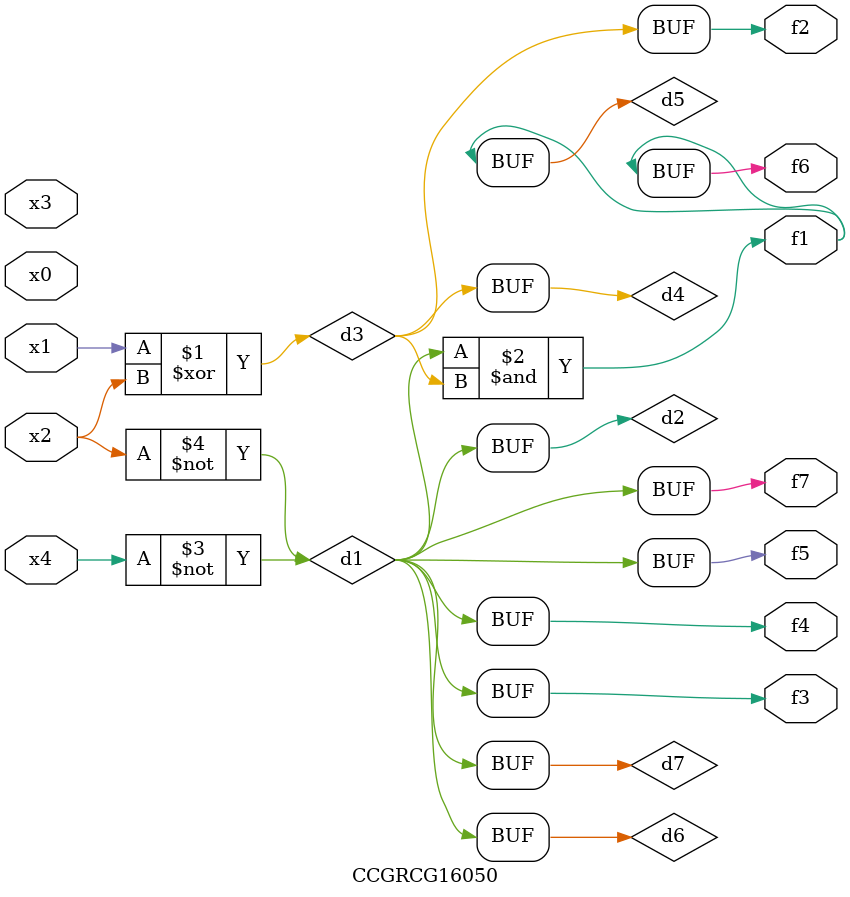
<source format=v>
module CCGRCG16050(
	input x0, x1, x2, x3, x4,
	output f1, f2, f3, f4, f5, f6, f7
);

	wire d1, d2, d3, d4, d5, d6, d7;

	not (d1, x4);
	not (d2, x2);
	xor (d3, x1, x2);
	buf (d4, d3);
	and (d5, d1, d3);
	buf (d6, d1, d2);
	buf (d7, d2);
	assign f1 = d5;
	assign f2 = d4;
	assign f3 = d7;
	assign f4 = d7;
	assign f5 = d7;
	assign f6 = d5;
	assign f7 = d7;
endmodule

</source>
